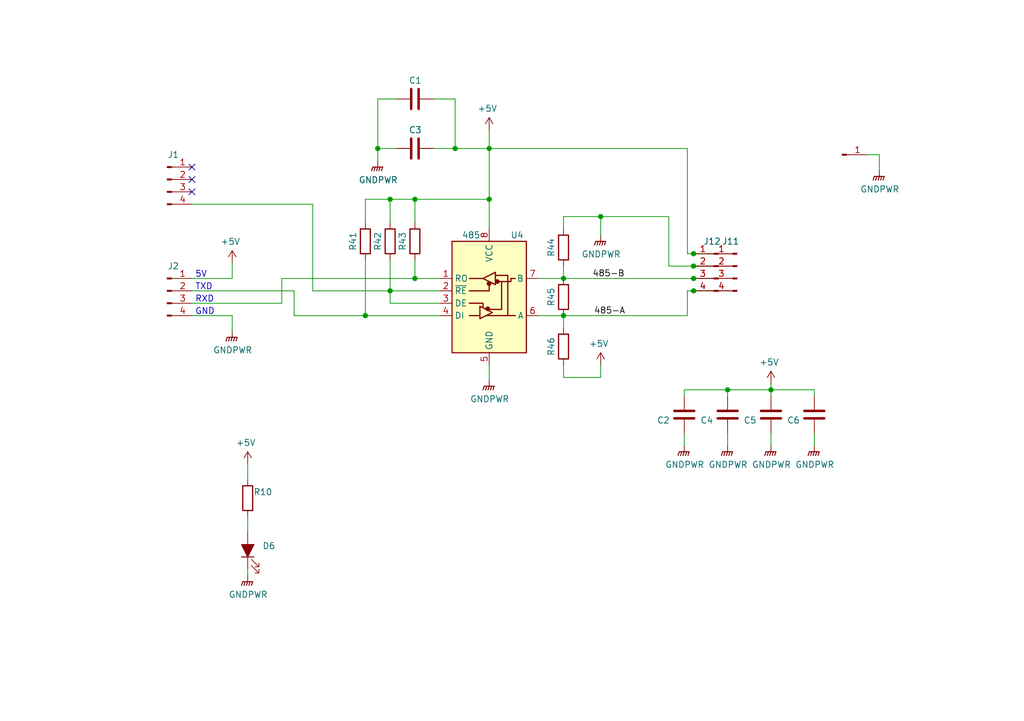
<source format=kicad_sch>
(kicad_sch (version 20230121) (generator eeschema)
  (paper "A5")
  (lib_symbols
    (symbol "CamTrol-12Ch-Main-Board-rescue:LED-Server_Used-CamTrol-12Ch-Main-Board-rescue-CamTrol-12Ch-Main-Board-rescue-CamTrol-12Ch-Main-Board-rescue-CamTrol-12Ch-Main-Board-rescue" (pin_numbers hide) (pin_names (offset 1.016) hide)
      (property "Reference" "D" (at 0 2.54 0))
      (property "Value" "LED-Server_Used-CamTrol-12Ch-Main-Board-rescue-CamTrol-12Ch-Main-Board-rescue-CamTrol-12Ch-Main-Board-rescue-CamTrol-12Ch-Main-Board-rescue" (at 0 -2.54 0))
      (symbol "LED-Server_Used-CamTrol-12Ch-Main-Board-rescue-CamTrol-12Ch-Main-Board-rescue-CamTrol-12Ch-Main-Board-rescue-CamTrol-12Ch-Main-Board-rescue_0_1"
        (polyline (pts (xy -1.27 -1.27) (xy -1.27 1.27)) (stroke (width 0.2032)))
        (polyline (pts (xy -1.27 0) (xy 1.27 0)))
        (polyline (pts (xy 1.27 -1.27) (xy 1.27 1.27) (xy -1.27 0) (xy 1.27 -1.27)) (stroke (width 0.2032)) (fill (type outline)))
        (polyline (pts (xy -3.048 -0.762) (xy -4.572 -2.286) (xy -3.81 -2.286) (xy -4.572 -2.286) (xy -4.572 -1.524)))
        (polyline (pts (xy -1.778 -0.762) (xy -3.302 -2.286) (xy -2.54 -2.286) (xy -3.302 -2.286) (xy -3.302 -1.524)))
      )
      (symbol "LED-Server_Used-CamTrol-12Ch-Main-Board-rescue-CamTrol-12Ch-Main-Board-rescue-CamTrol-12Ch-Main-Board-rescue-CamTrol-12Ch-Main-Board-rescue_1_1"
        (pin passive line (at -3.81 0 0) (length 2.54) (name "K") (number "1"))
        (pin passive line (at 3.81 0 180) (length 2.54) (name "A") (number "2"))
      )
    )
    (symbol "CamTrol-12Ch-Main-Board-rescue:R-Server_Used-CamTrol-12Ch-Main-Board-rescue-CamTrol-12Ch-Main-Board-rescue-CamTrol-12Ch-Main-Board-rescue-CamTrol-12Ch-Main-Board-rescue" (pin_numbers hide) (pin_names (offset 0))
      (property "Reference" "R" (at 2.032 -3.81 90))
      (property "Value" "R-Server_Used-CamTrol-12Ch-Main-Board-rescue-CamTrol-12Ch-Main-Board-rescue-CamTrol-12Ch-Main-Board-rescue-CamTrol-12Ch-Main-Board-rescue" (at 0 -3.81 90))
      (symbol "R-Server_Used-CamTrol-12Ch-Main-Board-rescue-CamTrol-12Ch-Main-Board-rescue-CamTrol-12Ch-Main-Board-rescue-CamTrol-12Ch-Main-Board-rescue_0_1"
        (rectangle (start -1.016 -6.35) (end 1.016 -1.27) (stroke (width 0.254)))
      )
      (symbol "R-Server_Used-CamTrol-12Ch-Main-Board-rescue-CamTrol-12Ch-Main-Board-rescue-CamTrol-12Ch-Main-Board-rescue-CamTrol-12Ch-Main-Board-rescue_1_1"
        (pin passive line (at 0 0 270) (length 1.27) (name "~") (number "1"))
        (pin passive line (at 0 -7.62 90) (length 1.27) (name "~") (number "2"))
      )
    )
    (symbol "Connector:Conn_01x01_Pin" (pin_names (offset 1.016) hide)
      (property "Reference" "J" (at 0 2.54 0))
      (property "Value" "Conn_01x01_Pin" (at 0 -2.54 0))
      (symbol "Conn_01x01_Pin_1_1"
        (polyline (pts (xy 1.27 0) (xy 0.8636 0)) (stroke (width 0.1524)))
        (rectangle (start 0.8636 0.127) (end 0 -0.127) (stroke (width 0.1524)) (fill (type outline)))
        (pin passive line (at 5.08 0 180) (length 3.81) (name "Pin_1") (number "1"))
      )
    )
    (symbol "Connector:Conn_01x04_Male" (pin_names (offset 1.016) hide)
      (property "Reference" "J" (at 0 5.08 0))
      (property "Value" "Conn_01x04_Male" (at 0 -7.62 0))
      (symbol "Conn_01x04_Male_1_1"
        (polyline (pts (xy 1.27 -5.08) (xy 0.8636 -5.08)) (stroke (width 0.1524)))
        (polyline (pts (xy 1.27 -2.54) (xy 0.8636 -2.54)) (stroke (width 0.1524)))
        (polyline (pts (xy 1.27 0) (xy 0.8636 0)) (stroke (width 0.1524)))
        (polyline (pts (xy 1.27 2.54) (xy 0.8636 2.54)) (stroke (width 0.1524)))
        (rectangle (start 0.8636 -4.953) (end 0 -5.207) (stroke (width 0.1524)) (fill (type outline)))
        (rectangle (start 0.8636 -2.413) (end 0 -2.667) (stroke (width 0.1524)) (fill (type outline)))
        (rectangle (start 0.8636 0.127) (end 0 -0.127) (stroke (width 0.1524)) (fill (type outline)))
        (rectangle (start 0.8636 2.667) (end 0 2.413) (stroke (width 0.1524)) (fill (type outline)))
        (pin passive line (at 5.08 2.54 180) (length 3.81) (name "Pin_1") (number "1"))
        (pin passive line (at 5.08 0 180) (length 3.81) (name "Pin_2") (number "2"))
        (pin passive line (at 5.08 -2.54 180) (length 3.81) (name "Pin_3") (number "3"))
        (pin passive line (at 5.08 -5.08 180) (length 3.81) (name "Pin_4") (number "4"))
      )
    )
    (symbol "Interface_UART:MAX485E"
      (property "Reference" "U" (at -6.096 11.43 0))
      (property "Value" "MAX485E" (at 0.762 11.43 0))
      (symbol "MAX485E_0_1"
        (rectangle (start -7.62 10.16) (end 7.62 -12.7) (stroke (width 0.254)) (fill (type background)))
        (circle (center -0.3048 -3.683) (radius 0.3556) (stroke (width 0.254)) (fill (type outline)))
        (circle (center -0.0254 1.4986) (radius 0.3556) (stroke (width 0.254)) (fill (type outline)))
        (polyline (pts (xy -4.064 -5.08) (xy -1.905 -5.08)) (stroke (width 0.254)))
        (polyline (pts (xy -4.064 2.54) (xy -1.27 2.54)) (stroke (width 0.254)))
        (polyline (pts (xy -1.27 -3.2004) (xy -1.27 -3.4544)) (stroke (width 0.254)))
        (polyline (pts (xy -0.635 -5.08) (xy 5.334 -5.08)) (stroke (width 0.254)))
        (polyline (pts (xy -4.064 -2.54) (xy -1.27 -2.54) (xy -1.27 -3.175)) (stroke (width 0.254)))
        (polyline (pts (xy 0 1.27) (xy 0 0) (xy -4.064 0)) (stroke (width 0.254)))
        (polyline (pts (xy 1.27 3.175) (xy 3.81 3.175) (xy 3.81 -5.08)) (stroke (width 0.254)))
        (polyline (pts (xy 2.54 1.905) (xy 2.54 -3.81) (xy 0 -3.81)) (stroke (width 0.254)))
        (polyline (pts (xy -1.905 -3.175) (xy -1.905 -5.715) (xy 0.635 -4.445) (xy -1.905 -3.175)) (stroke (width 0.254)))
        (polyline (pts (xy -1.27 2.54) (xy 1.27 3.81) (xy 1.27 1.27) (xy -1.27 2.54)) (stroke (width 0.254)))
        (polyline (pts (xy 1.905 1.905) (xy 4.445 1.905) (xy 4.445 2.54) (xy 5.334 2.54)) (stroke (width 0.254)))
        (rectangle (start 1.27 3.175) (end 1.27 3.175))
        (circle (center 1.651 1.905) (radius 0.3556) (stroke (width 0.254)) (fill (type outline)))
      )
      (symbol "MAX485E_1_1"
        (pin output line (at -10.16 2.54 0) (length 2.54) (name "RO") (number "1"))
        (pin input line (at -10.16 0 0) (length 2.54) (name "~{RE}") (number "2"))
        (pin input line (at -10.16 -2.54 0) (length 2.54) (name "DE") (number "3"))
        (pin input line (at -10.16 -5.08 0) (length 2.54) (name "DI") (number "4"))
        (pin power_in line (at 0 -15.24 90) (length 2.54) (name "GND") (number "5"))
        (pin bidirectional line (at 10.16 -5.08 180) (length 2.54) (name "A") (number "6"))
        (pin bidirectional line (at 10.16 2.54 180) (length 2.54) (name "B") (number "7"))
        (pin power_in line (at 0 12.7 270) (length 2.54) (name "VCC") (number "8"))
      )
    )
    (symbol "Server_Used:C" (pin_numbers hide) (pin_names (offset 0.254))
      (property "Reference" "C" (at 1.27 2.54 0))
      (property "Value" "Server_Used_C" (at 1.27 -2.54 0))
      (symbol "C_0_1"
        (polyline (pts (xy -2.032 -0.762) (xy 2.032 -0.762)) (stroke (width 0.508)))
        (polyline (pts (xy -2.032 0.762) (xy 2.032 0.762)) (stroke (width 0.508)))
      )
      (symbol "C_1_1"
        (pin passive line (at 0 3.81 270) (length 2.794) (name "~") (number "1"))
        (pin passive line (at 0 -3.81 90) (length 2.794) (name "~") (number "2"))
      )
    )
    (symbol "power:+5V" (power) (pin_names (offset 0))
      (property "Value" "+5V" (at 0 3.556 0))
      (symbol "+5V_0_1"
        (polyline (pts (xy -0.762 1.27) (xy 0 2.54)))
        (polyline (pts (xy 0 0) (xy 0 2.54)))
        (polyline (pts (xy 0 2.54) (xy 0.762 1.27)))
      )
      (symbol "+5V_1_1"
        (pin power_in line (at 0 0 90) (length 0) hide (name "+5V") (number "1"))
      )
    )
    (symbol "power:GNDPWR" (power) (pin_names (offset 0))
      (property "Value" "GNDPWR" (at 0 -3.302 0))
      (symbol "GNDPWR_0_1"
        (polyline (pts (xy 0 -1.27) (xy 0 0)))
        (polyline (pts (xy -1.016 -1.27) (xy -1.27 -2.032) (xy -1.27 -2.032)) (stroke (width 0.2032)))
        (polyline (pts (xy -0.508 -1.27) (xy -0.762 -2.032) (xy -0.762 -2.032)) (stroke (width 0.2032)))
        (polyline (pts (xy 0 -1.27) (xy -0.254 -2.032) (xy -0.254 -2.032)) (stroke (width 0.2032)))
        (polyline (pts (xy 0.508 -1.27) (xy 0.254 -2.032) (xy 0.254 -2.032)) (stroke (width 0.2032)))
        (polyline (pts (xy 1.016 -1.27) (xy -1.016 -1.27) (xy -1.016 -1.27)) (stroke (width 0.2032)))
        (polyline (pts (xy 1.016 -1.27) (xy 0.762 -2.032) (xy 0.762 -2.032) (xy 0.762 -2.032)) (stroke (width 0.2032)))
      )
      (symbol "GNDPWR_1_1"
        (pin power_in line (at 0 0 270) (length 0) hide (name "GNDPWR") (number "1"))
      )
    )
  )
  (junction (at 80.01 59.69))
  (junction (at 85.09 57.15))
  (junction (at 149.225 80.01))
  (junction (at 100.33 30.48))
  (junction (at 142.24 57.15))
  (junction (at 93.345 30.48))
  (junction (at 80.01 40.894))
  (junction (at 142.24 59.69))
  (junction (at 115.57 57.15))
  (junction (at 123.19 44.45))
  (junction (at 142.24 52.07))
  (junction (at 77.47 30.48))
  (junction (at 115.57 64.77))
  (junction (at 100.33 40.894))
  (junction (at 74.93 64.77))
  (junction (at 142.24 54.61))
  (junction (at 158.115 80.01))
  (junction (at 85.09 40.894))
  (no_connect (at 39.37 34.29))
  (no_connect (at 39.37 39.37))
  (no_connect (at 39.37 36.83))
  (wire (pts (xy 149.225 80.01) (xy 158.115 80.01)))
  (wire (pts (xy 180.34 34.925) (xy 180.34 31.75)))
  (wire (pts (xy 85.09 53.34) (xy 85.09 57.15)))
  (wire (pts (xy 149.225 88.9) (xy 149.225 91.44)))
  (wire (pts (xy 146.05 52.07) (xy 142.24 52.07)))
  (wire (pts (xy 100.33 40.894) (xy 100.33 46.99)))
  (wire (pts (xy 142.24 57.15) (xy 146.05 57.15)))
  (wire (pts (xy 140.97 64.77) (xy 140.97 59.69)))
  (wire (pts (xy 60.325 64.77) (xy 74.93 64.77)))
  (wire (pts (xy 77.47 30.48) (xy 81.28 30.48)))
  (wire (pts (xy 50.8 118.11) (xy 50.8 116.84)))
  (wire (pts (xy 74.93 53.34) (xy 74.93 64.77)))
  (wire (pts (xy 64.135 41.91) (xy 64.135 59.69)))
  (wire (pts (xy 146.05 54.61) (xy 142.24 54.61)))
  (wire (pts (xy 115.57 64.77) (xy 115.57 67.31)))
  (wire (pts (xy 74.93 64.77) (xy 90.17 64.77)))
  (wire (pts (xy 74.93 45.72) (xy 74.93 40.894)))
  (wire (pts (xy 180.34 31.75) (xy 177.8 31.75)))
  (wire (pts (xy 158.115 80.01) (xy 158.115 81.28)))
  (wire (pts (xy 158.115 78.74) (xy 158.115 80.01)))
  (wire (pts (xy 123.19 44.45) (xy 123.19 48.26)))
  (wire (pts (xy 47.625 64.77) (xy 47.625 67.945)))
  (wire (pts (xy 100.33 30.48) (xy 100.33 40.894)))
  (wire (pts (xy 93.345 20.32) (xy 93.345 30.48)))
  (wire (pts (xy 88.9 30.48) (xy 93.345 30.48)))
  (wire (pts (xy 137.16 54.61) (xy 137.16 44.45)))
  (wire (pts (xy 149.225 81.28) (xy 149.225 80.01)))
  (wire (pts (xy 140.335 80.01) (xy 149.225 80.01)))
  (wire (pts (xy 115.57 77.47) (xy 115.57 74.93)))
  (wire (pts (xy 140.97 59.69) (xy 142.24 59.69)))
  (wire (pts (xy 57.785 62.23) (xy 57.785 57.15)))
  (wire (pts (xy 77.47 33.02) (xy 77.47 30.48)))
  (wire (pts (xy 142.24 54.61) (xy 137.16 54.61)))
  (wire (pts (xy 50.8 98.425) (xy 50.8 95.25)))
  (wire (pts (xy 110.49 64.77) (xy 115.57 64.77)))
  (wire (pts (xy 123.19 74.93) (xy 123.19 77.47)))
  (wire (pts (xy 142.24 59.69) (xy 146.05 59.69)))
  (wire (pts (xy 85.09 40.894) (xy 85.09 45.72)))
  (wire (pts (xy 123.19 77.47) (xy 115.57 77.47)))
  (wire (pts (xy 47.625 57.15) (xy 39.37 57.15)))
  (wire (pts (xy 167.005 88.9) (xy 167.005 91.44)))
  (wire (pts (xy 140.97 30.48) (xy 100.33 30.48)))
  (wire (pts (xy 115.57 64.77) (xy 140.97 64.77)))
  (wire (pts (xy 39.37 59.69) (xy 60.325 59.69)))
  (wire (pts (xy 93.345 30.48) (xy 100.33 30.48)))
  (wire (pts (xy 39.37 64.77) (xy 47.625 64.77)))
  (wire (pts (xy 88.9 20.32) (xy 93.345 20.32)))
  (wire (pts (xy 39.37 62.23) (xy 57.785 62.23)))
  (wire (pts (xy 123.19 44.45) (xy 115.57 44.45)))
  (wire (pts (xy 140.97 52.07) (xy 140.97 30.48)))
  (wire (pts (xy 47.625 53.975) (xy 47.625 57.15)))
  (wire (pts (xy 80.01 59.69) (xy 90.17 59.69)))
  (wire (pts (xy 39.37 41.91) (xy 64.135 41.91)))
  (wire (pts (xy 80.01 59.69) (xy 80.01 53.34)))
  (wire (pts (xy 80.01 59.69) (xy 80.01 62.23)))
  (wire (pts (xy 64.135 59.69) (xy 80.01 59.69)))
  (wire (pts (xy 77.47 20.32) (xy 77.47 30.48)))
  (wire (pts (xy 57.785 57.15) (xy 85.09 57.15)))
  (wire (pts (xy 140.335 81.28) (xy 140.335 80.01)))
  (wire (pts (xy 100.33 26.67) (xy 100.33 30.48)))
  (wire (pts (xy 60.325 59.69) (xy 60.325 64.77)))
  (wire (pts (xy 80.01 40.894) (xy 80.01 45.72)))
  (wire (pts (xy 158.115 80.01) (xy 167.005 80.01)))
  (wire (pts (xy 115.57 44.45) (xy 115.57 46.99)))
  (wire (pts (xy 167.005 81.28) (xy 167.005 80.01)))
  (wire (pts (xy 80.01 40.894) (xy 85.09 40.894)))
  (wire (pts (xy 100.33 77.978) (xy 100.33 74.93)))
  (wire (pts (xy 115.57 57.15) (xy 142.24 57.15)))
  (wire (pts (xy 81.28 20.32) (xy 77.47 20.32)))
  (wire (pts (xy 137.16 44.45) (xy 123.19 44.45)))
  (wire (pts (xy 85.09 40.894) (xy 100.33 40.894)))
  (wire (pts (xy 74.93 40.894) (xy 80.01 40.894)))
  (wire (pts (xy 110.49 57.15) (xy 115.57 57.15)))
  (wire (pts (xy 115.57 54.61) (xy 115.57 57.15)))
  (wire (pts (xy 140.335 91.44) (xy 140.335 88.9)))
  (wire (pts (xy 158.115 91.44) (xy 158.115 88.9)))
  (wire (pts (xy 90.17 62.23) (xy 80.01 62.23)))
  (wire (pts (xy 50.8 109.22) (xy 50.8 106.045)))
  (wire (pts (xy 85.09 57.15) (xy 90.17 57.15)))
  (wire (pts (xy 142.24 52.07) (xy 140.97 52.07)))
  (text "GND" (at 40.005 64.77 0) (effects (font (size 1.27 1.27)) (justify left bottom)))
  (text "RXD" (at 40.005 62.23 0) (effects (font (size 1.27 1.27)) (justify left bottom)))
  (text "5V" (at 40.005 57.15 0) (effects (font (size 1.27 1.27)) (justify left bottom)))
  (text "TXD" (at 40.005 59.69 0) (effects (font (size 1.27 1.27)) (justify left bottom)))
  (label "485-B" (at 128.143 57.15 180))
  (label "485-A" (at 128.27 64.77 180))
  (symbol (lib_id "Server_Used:C") (at 167.005 85.09 180) (unit 1)
    (property "Reference" "C6" (at 164.084 86.2584 0) (effects (justify left)))
    (property "Value" "104" (at 164.084 83.947 0) (effects (justify left)))
    (property "Footprint" "Server.pretty:C_0805_HandSoldering" (effects hide))
    (property "Datasheet" "http://www.partsworld.co.kr/goods/goods_view.php?goodsNo=1000013173" (effects hide))
    (property "Price" "66" (effects hide))
    (property "Manufacture" "부품세상" (effects hide))
    (property "Package" "2012(0805)" (effects hide))
    (property "Value" "106(10uF)" (effects hide))
  )
  (symbol (lib_id "CamTrol-12Ch-Main-Board-rescue:R-Server_Used-CamTrol-12Ch-Main-Board-rescue-CamTrol-12Ch-Main-Board-rescue-CamTrol-12Ch-Main-Board-rescue-CamTrol-12Ch-Main-Board-rescue") (at 50.8 98.425 0) (unit 1)
    (property "Reference" "R10" (at 55.88 100.965 0) (effects (justify right)))
    (property "Value" "203F" (at 57.15 103.505 0) (effects (justify right)))
    (property "Footprint" "Server.pretty:R_0805_HandSoldering" (effects hide))
    (property "Datasheet" "https://www.partsworld.co.kr/goods/goods_view.php?goodsNo=1000000637" (effects hide))
    (property "Price" "20" (effects hide))
    (property "Manufacture" "부품세상" (effects hide))
    (property "Package" "2012(0805)" (effects hide))
    (property "Value" "10KΩ" (effects hide))
  )
  (symbol (lib_id "Server_Used:C") (at 85.09 20.32 270) (mirror x) (unit 1)
    (property "Reference" "C1" (at 83.82 16.51 90) (effects (justify left)))
    (property "Value" "106" (at 85.09 24.257 90))
    (property "Footprint" "Server.pretty:C_0805_HandSoldering" (effects hide))
    (property "Datasheet" "http://www.partsworld.co.kr/goods/goods_view.php?goodsNo=1000013173" (effects hide))
    (property "Price" "66" (effects hide))
    (property "Manufacture" "부품세상" (effects hide))
    (property "Package" "2012(0805)" (effects hide))
    (property "Value" "106(10uF)" (effects hide))
  )
  (symbol (lib_id "CamTrol-12Ch-Main-Board-rescue:R-Server_Used-CamTrol-12Ch-Main-Board-rescue-CamTrol-12Ch-Main-Board-rescue-CamTrol-12Ch-Main-Board-rescue-CamTrol-12Ch-Main-Board-rescue") (at 115.57 74.93 0) (mirror x) (unit 1)
    (property "Reference" "R46" (at 113.03 71.12 90))
    (property "Value" "203F" (at 115.57 71.12 90))
    (property "Footprint" "Server.pretty:R_0805_HandSoldering" (effects hide))
    (property "Datasheet" "https://www.partsworld.co.kr/goods/goods_view.php?goodsNo=1000000614" (effects hide))
    (property "Price" "20" (effects hide))
    (property "Manufacture" "부품세상" (effects hide))
    (property "Package" "2012(0805)" (effects hide))
    (property "Value" "1KΩ" (effects hide))
  )
  (symbol (lib_id "power:+5V") (at 100.33 26.67 0) (mirror y) (unit 1)
    (property "Reference" "#PWR074" (effects hide))
    (property "Value" "+5V" (at 99.949 22.2758 0))
  )
  (symbol (lib_id "power:GNDPWR") (at 158.115 91.44 0) (unit 1)
    (property "Reference" "#PWR08" (effects hide))
    (property "Value" "GNDPWR" (at 158.2166 95.3516 0))
  )
  (symbol (lib_id "power:GNDPWR") (at 123.19 48.26 0) (unit 1)
    (property "Reference" "#PWR076" (effects hide))
    (property "Value" "GNDPWR" (at 123.2916 52.1716 0))
  )
  (symbol (lib_id "power:GNDPWR") (at 100.33 77.978 0) (unit 1)
    (property "Reference" "#PWR075" (effects hide))
    (property "Value" "GNDPWR" (at 100.4316 81.8896 0))
  )
  (symbol (lib_id "power:GNDPWR") (at 47.625 67.945 0) (unit 1)
    (property "Reference" "#PWR03" (effects hide))
    (property "Value" "GNDPWR" (at 47.7266 71.8566 0))
  )
  (symbol (lib_id "power:GNDPWR") (at 167.005 91.44 0) (unit 1)
    (property "Reference" "#PWR09" (effects hide))
    (property "Value" "GNDPWR" (at 167.1066 95.3516 0))
  )
  (symbol (lib_id "power:+5V") (at 50.8 95.25 0) (mirror y) (unit 1)
    (property "Reference" "#PWR01" (effects hide))
    (property "Value" "+5V" (at 50.419 90.8558 0))
  )
  (symbol (lib_id "Connector:Conn_01x04_Male") (at 151.13 54.61 0) (mirror y) (unit 1)
    (property "Reference" "J11" (at 149.86 49.53 0))
    (property "Value" "TO SC01-PLUS" (at 151.765 62.23 0))
    (property "Footprint" "Server.pretty:XH2.54-4P" (effects hide))
    (property "Datasheet" "https://www.devicemart.co.kr/goods/view?no=419" (effects hide))
    (property "Manufacture" "DEVICEMART" (effects hide))
    (property "Price" "30" (effects hide))
    (property "Value" "5267-04P" (effects hide))
  )
  (symbol (lib_id "Connector:Conn_01x04_Male") (at 147.32 54.61 0) (mirror y) (unit 1)
    (property "Reference" "J12" (at 146.05 49.53 0))
    (property "Value" "TO SC01-PLUS" (effects hide))
    (property "Footprint" "Server.pretty:XH2.54-4P" (effects hide))
    (property "Datasheet" "https://www.devicemart.co.kr/goods/view?no=419" (effects hide))
    (property "Manufacture" "DEVICEMART" (effects hide))
    (property "Price" "30" (effects hide))
    (property "Value" "5267-04P" (effects hide))
  )
  (symbol (lib_id "power:GNDPWR") (at 50.8 118.11 0) (unit 1)
    (property "Reference" "#PWR042" (effects hide))
    (property "Value" "GNDPWR" (at 50.9016 122.0216 0))
  )
  (symbol (lib_id "Interface_UART:MAX485E") (at 100.33 59.69 0) (unit 1)
    (property "Reference" "U4" (at 107.442 48.26 0) (effects (justify right)))
    (property "Value" "485" (at 98.552 48.26 0) (effects (justify right)))
    (property "Footprint" "Server.pretty:MAX485" (effects hide))
    (property "Datasheet" "https://datasheets.maximintegrated.com/en/ds/MAX1487E-MAX491E.pdf" (effects hide))
  )
  (symbol (lib_id "power:GNDPWR") (at 140.335 91.44 0) (unit 1)
    (property "Reference" "#PWR05" (effects hide))
    (property "Value" "GNDPWR" (at 140.4366 95.3516 0))
  )
  (symbol (lib_id "power:+5V") (at 158.115 78.74 0) (mirror y) (unit 1)
    (property "Reference" "#PWR011" (effects hide))
    (property "Value" "+5V" (at 157.734 74.3458 0))
  )
  (symbol (lib_id "Connector:Conn_01x01_Pin") (at 172.72 31.75 0) (unit 1)
    (property "Reference" "J3" (effects hide))
    (property "Value" "Conn_01x01_Pin" (effects hide))
    (property "Footprint" "Server.pretty:LM-CON-PAD" (effects hide))
    (property "Manufacture" "DEVICEMART" (effects hide))
    (property "Price" "30" (effects hide))
    (property "Value" "Conn_01x01_Pin" (effects hide))
  )
  (symbol (lib_id "power:GNDPWR") (at 180.34 34.925 0) (unit 1)
    (property "Reference" "#PWR04" (effects hide))
    (property "Value" "GNDPWR" (at 180.4416 38.8366 0))
  )
  (symbol (lib_id "CamTrol-12Ch-Main-Board-rescue:R-Server_Used-CamTrol-12Ch-Main-Board-rescue-CamTrol-12Ch-Main-Board-rescue-CamTrol-12Ch-Main-Board-rescue-CamTrol-12Ch-Main-Board-rescue") (at 74.93 53.34 0) (mirror x) (unit 1)
    (property "Reference" "R41" (at 72.39 49.53 90))
    (property "Value" "103F" (at 74.93 49.53 90))
    (property "Footprint" "Server.pretty:R_0805_HandSoldering" (effects hide))
    (property "Datasheet" "https://www.partsworld.co.kr/goods/goods_view.php?goodsNo=1000000614" (effects hide))
    (property "Price" "20" (effects hide))
    (property "Manufacture" "부품세상" (effects hide))
    (property "Package" "2012(0805)" (effects hide))
    (property "Value" "1KΩ" (effects hide))
  )
  (symbol (lib_id "Server_Used:C") (at 158.115 85.09 180) (unit 1)
    (property "Reference" "C5" (at 155.194 86.2584 0) (effects (justify left)))
    (property "Value" "104" (at 155.194 83.947 0) (effects (justify left)))
    (property "Footprint" "Server.pretty:C_0805_HandSoldering" (effects hide))
    (property "Datasheet" "http://www.partsworld.co.kr/goods/goods_view.php?goodsNo=1000013173" (effects hide))
    (property "Price" "66" (effects hide))
    (property "Manufacture" "부품세상" (effects hide))
    (property "Package" "2012(0805)" (effects hide))
    (property "Value" "106(10uF)" (effects hide))
  )
  (symbol (lib_id "Connector:Conn_01x04_Male") (at 34.29 36.83 0) (unit 1)
    (property "Reference" "J1" (at 35.56 31.75 0))
    (property "Value" "P4" (at 33.655 44.45 0))
    (property "Footprint" "Server.pretty:SMD_CONN_1x04_P2.50mm" (effects hide))
    (property "Datasheet" "https://www.devicemart.co.kr/goods/view?no=419" (effects hide))
    (property "Manufacture" "DEVICEMART" (effects hide))
    (property "Price" "30" (effects hide))
    (property "Value" "5267-04P" (effects hide))
  )
  (symbol (lib_id "CamTrol-12Ch-Main-Board-rescue:LED-Server_Used-CamTrol-12Ch-Main-Board-rescue-CamTrol-12Ch-Main-Board-rescue-CamTrol-12Ch-Main-Board-rescue-CamTrol-12Ch-Main-Board-rescue") (at 50.8 113.03 90) (unit 1)
    (property "Reference" "D6" (at 53.7972 112.0394 90) (effects (justify right)))
    (property "Value" "+5V" (at 53.7972 114.3508 90) (effects (justify right)))
    (property "Footprint" "Server.pretty:LED_0805" (effects hide))
    (property "Datasheet" "http://www.partsworld.co.kr/goods/goods_view.php?goodsNo=1000008652" (effects hide))
    (property "Price" "132" (effects hide))
    (property "Manufacture" "부품세상" (effects hide))
    (property "Value" "RED LED" (effects hide))
    (property "Package" "2012(0805)" (effects hide))
  )
  (symbol (lib_id "power:GNDPWR") (at 77.47 33.02 0) (unit 1)
    (property "Reference" "#PWR057" (effects hide))
    (property "Value" "GNDPWR" (at 77.5716 36.9316 0))
  )
  (symbol (lib_id "power:+5V") (at 47.625 53.975 0) (mirror y) (unit 1)
    (property "Reference" "#PWR02" (effects hide))
    (property "Value" "+5V" (at 47.244 49.5808 0))
  )
  (symbol (lib_id "CamTrol-12Ch-Main-Board-rescue:R-Server_Used-CamTrol-12Ch-Main-Board-rescue-CamTrol-12Ch-Main-Board-rescue-CamTrol-12Ch-Main-Board-rescue-CamTrol-12Ch-Main-Board-rescue") (at 80.01 53.34 0) (mirror x) (unit 1)
    (property "Reference" "R42" (at 77.47 49.53 90))
    (property "Value" "103F" (at 80.01 49.53 90))
    (property "Footprint" "Server.pretty:R_0805_HandSoldering" (effects hide))
    (property "Datasheet" "https://www.partsworld.co.kr/goods/goods_view.php?goodsNo=1000000614" (effects hide))
    (property "Price" "20" (effects hide))
    (property "Manufacture" "부품세상" (effects hide))
    (property "Package" "2012(0805)" (effects hide))
    (property "Value" "1KΩ" (effects hide))
  )
  (symbol (lib_id "Connector:Conn_01x04_Male") (at 34.29 59.69 0) (unit 1)
    (property "Reference" "J2" (at 35.56 54.61 0))
    (property "Value" "P1" (at 33.655 67.31 0))
    (property "Footprint" "Server.pretty:SMD_CONN_1x04_P2.50mm" (effects hide))
    (property "Datasheet" "https://www.devicemart.co.kr/goods/view?no=419" (effects hide))
    (property "Manufacture" "DEVICEMART" (effects hide))
    (property "Price" "30" (effects hide))
    (property "Value" "5267-04P" (effects hide))
  )
  (symbol (lib_id "Server_Used:C") (at 85.09 30.48 270) (mirror x) (unit 1)
    (property "Reference" "C3" (at 83.82 26.67 90) (effects (justify left)))
    (property "Value" "106" (at 85.09 34.417 90))
    (property "Footprint" "Server.pretty:C_0805_HandSoldering" (effects hide))
    (property "Datasheet" "http://www.partsworld.co.kr/goods/goods_view.php?goodsNo=1000013173" (effects hide))
    (property "Price" "66" (effects hide))
    (property "Manufacture" "부품세상" (effects hide))
    (property "Package" "2012(0805)" (effects hide))
    (property "Value" "106(10uF)" (effects hide))
  )
  (symbol (lib_id "Server_Used:C") (at 140.335 85.09 180) (unit 1)
    (property "Reference" "C2" (at 137.414 86.2584 0) (effects (justify left)))
    (property "Value" "104" (at 137.414 83.947 0) (effects (justify left)))
    (property "Footprint" "Server.pretty:C_0805_HandSoldering" (effects hide))
    (property "Datasheet" "http://www.partsworld.co.kr/goods/goods_view.php?goodsNo=1000013173" (effects hide))
    (property "Price" "66" (effects hide))
    (property "Manufacture" "부품세상" (effects hide))
    (property "Package" "2012(0805)" (effects hide))
    (property "Value" "106(10uF)" (effects hide))
  )
  (symbol (lib_id "Server_Used:C") (at 149.225 85.09 180) (unit 1)
    (property "Reference" "C4" (at 146.304 86.2584 0) (effects (justify left)))
    (property "Value" "104" (at 146.304 83.947 0) (effects (justify left)))
    (property "Footprint" "Server.pretty:C_0805_HandSoldering" (effects hide))
    (property "Datasheet" "http://www.partsworld.co.kr/goods/goods_view.php?goodsNo=1000013173" (effects hide))
    (property "Price" "66" (effects hide))
    (property "Manufacture" "부품세상" (effects hide))
    (property "Package" "2012(0805)" (effects hide))
    (property "Value" "106(10uF)" (effects hide))
  )
  (symbol (lib_id "power:GNDPWR") (at 149.225 91.44 0) (unit 1)
    (property "Reference" "#PWR06" (effects hide))
    (property "Value" "GNDPWR" (at 149.3266 95.3516 0))
  )
  (symbol (lib_id "CamTrol-12Ch-Main-Board-rescue:R-Server_Used-CamTrol-12Ch-Main-Board-rescue-CamTrol-12Ch-Main-Board-rescue-CamTrol-12Ch-Main-Board-rescue-CamTrol-12Ch-Main-Board-rescue") (at 85.09 53.34 0) (mirror x) (unit 1)
    (property "Reference" "R43" (at 82.55 49.53 90))
    (property "Value" "103F" (at 85.09 49.53 90))
    (property "Footprint" "Server.pretty:R_0805_HandSoldering" (effects hide))
    (property "Datasheet" "https://www.partsworld.co.kr/goods/goods_view.php?goodsNo=1000000614" (effects hide))
    (property "Price" "20" (effects hide))
    (property "Manufacture" "부품세상" (effects hide))
    (property "Package" "2012(0805)" (effects hide))
    (property "Value" "1KΩ" (effects hide))
  )
  (symbol (lib_id "CamTrol-12Ch-Main-Board-rescue:R-Server_Used-CamTrol-12Ch-Main-Board-rescue-CamTrol-12Ch-Main-Board-rescue-CamTrol-12Ch-Main-Board-rescue-CamTrol-12Ch-Main-Board-rescue") (at 115.57 64.77 0) (mirror x) (unit 1)
    (property "Reference" "R45" (at 113.03 60.96 90))
    (property "Value" "120F" (at 115.57 60.96 90))
    (property "Footprint" "Server.pretty:R_0805_HandSoldering" (effects hide))
    (property "Datasheet" "https://www.partsworld.co.kr/goods/goods_view.php?goodsNo=1000000614" (effects hide))
    (property "Price" "20" (effects hide))
    (property "Manufacture" "부품세상" (effects hide))
    (property "Package" "2012(0805)" (effects hide))
    (property "Value" "1KΩ" (effects hide))
  )
  (symbol (lib_id "CamTrol-12Ch-Main-Board-rescue:R-Server_Used-CamTrol-12Ch-Main-Board-rescue-CamTrol-12Ch-Main-Board-rescue-CamTrol-12Ch-Main-Board-rescue-CamTrol-12Ch-Main-Board-rescue") (at 115.57 54.61 0) (mirror x) (unit 1)
    (property "Reference" "R44" (at 113.03 50.8 90))
    (property "Value" "203F" (at 115.57 50.8 90))
    (property "Footprint" "Server.pretty:R_0805_HandSoldering" (effects hide))
    (property "Datasheet" "https://www.partsworld.co.kr/goods/goods_view.php?goodsNo=1000000614" (effects hide))
    (property "Price" "20" (effects hide))
    (property "Manufacture" "부품세상" (effects hide))
    (property "Package" "2012(0805)" (effects hide))
    (property "Value" "1KΩ" (effects hide))
  )
  (symbol (lib_id "power:+5V") (at 123.19 74.93 0) (mirror y) (unit 1)
    (property "Reference" "#PWR077" (effects hide))
    (property "Value" "+5V" (at 122.809 70.5358 0))
  )
)
</source>
